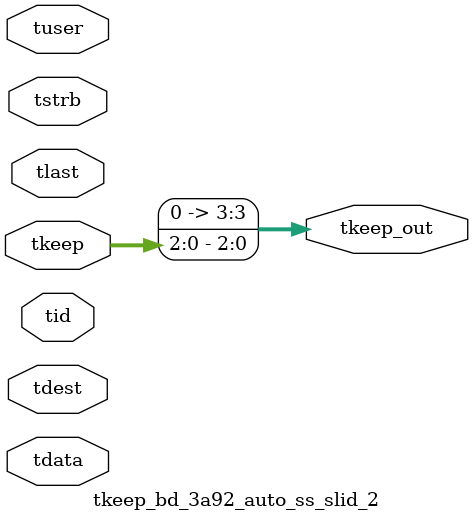
<source format=v>


`timescale 1ps/1ps

module tkeep_bd_3a92_auto_ss_slid_2 #
(
parameter C_S_AXIS_TDATA_WIDTH = 32,
parameter C_S_AXIS_TUSER_WIDTH = 0,
parameter C_S_AXIS_TID_WIDTH   = 0,
parameter C_S_AXIS_TDEST_WIDTH = 0,
parameter C_M_AXIS_TDATA_WIDTH = 32
)
(
input  [(C_S_AXIS_TDATA_WIDTH == 0 ? 1 : C_S_AXIS_TDATA_WIDTH)-1:0     ] tdata,
input  [(C_S_AXIS_TUSER_WIDTH == 0 ? 1 : C_S_AXIS_TUSER_WIDTH)-1:0     ] tuser,
input  [(C_S_AXIS_TID_WIDTH   == 0 ? 1 : C_S_AXIS_TID_WIDTH)-1:0       ] tid,
input  [(C_S_AXIS_TDEST_WIDTH == 0 ? 1 : C_S_AXIS_TDEST_WIDTH)-1:0     ] tdest,
input  [(C_S_AXIS_TDATA_WIDTH/8)-1:0 ] tkeep,
input  [(C_S_AXIS_TDATA_WIDTH/8)-1:0 ] tstrb,
input                                                                    tlast,
output [(C_M_AXIS_TDATA_WIDTH/8)-1:0 ] tkeep_out
);

assign tkeep_out = {tkeep[2:0]};

endmodule


</source>
